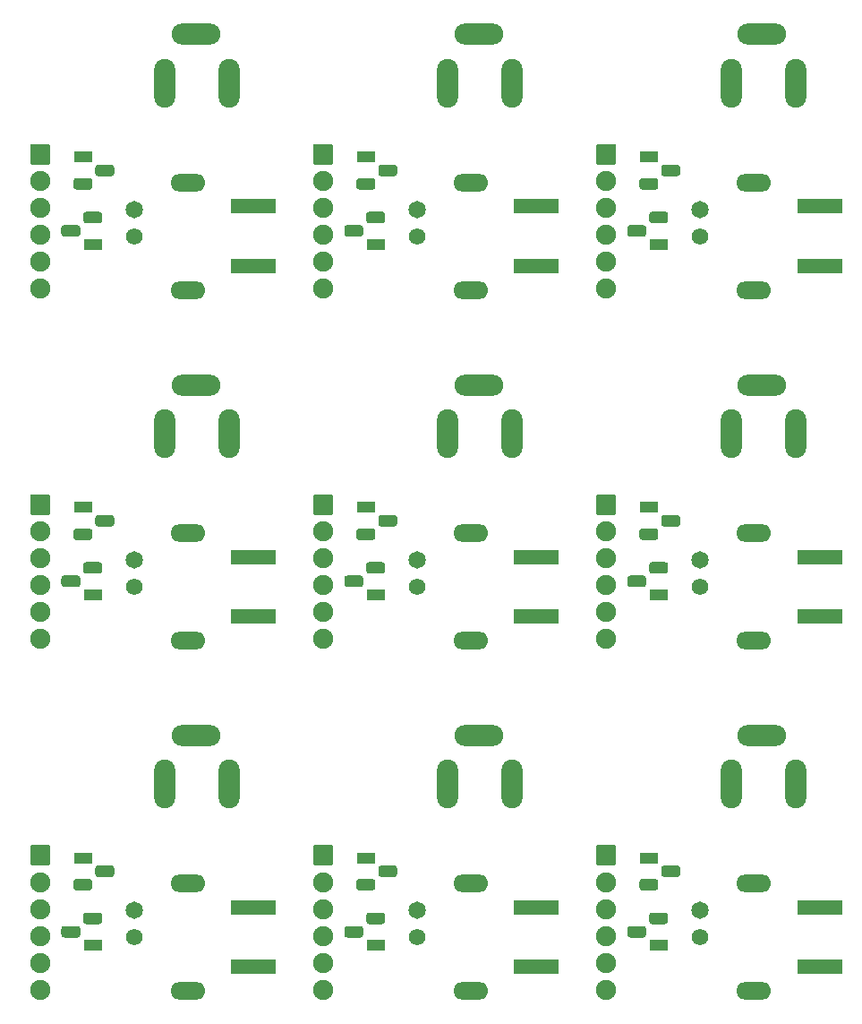
<source format=gbs>
%MOIN*%
%OFA0B0*%
%FSLAX46Y46*%
%IPPOS*%
%LPD*%
%ADD10O,0.13X0.065*%
%ADD11C,0.065*%
%ADD12C,0.062*%
%ADD13O,0.07874015748031496X0.18110236220472439*%
%ADD14O,0.18110236220472439X0.07874015748031496*%
%ADD15R,0.070866141732283464X0.043307086614173235*%
%ADD16O,0.074929133858267716X0.074929133858267716*%
%ADD17R,0.16535433070866143X0.053149606299212608*%
%ADD28O,0.13X0.065*%
%ADD29C,0.065*%
%ADD30C,0.062*%
%ADD31O,0.07874015748031496X0.18110236220472439*%
%ADD32O,0.18110236220472439X0.07874015748031496*%
%ADD33R,0.070866141732283464X0.043307086614173235*%
%ADD34O,0.074929133858267716X0.074929133858267716*%
%ADD35R,0.16535433070866143X0.053149606299212608*%
%ADD36O,0.13X0.065*%
%ADD37C,0.065*%
%ADD38C,0.062*%
%ADD39O,0.07874015748031496X0.18110236220472439*%
%ADD40O,0.18110236220472439X0.07874015748031496*%
%ADD41R,0.070866141732283464X0.043307086614173235*%
%ADD42O,0.074929133858267716X0.074929133858267716*%
%ADD43R,0.16535433070866143X0.053149606299212608*%
%ADD44O,0.13X0.065*%
%ADD45C,0.065*%
%ADD46C,0.062*%
%ADD47O,0.07874015748031496X0.18110236220472439*%
%ADD48O,0.18110236220472439X0.07874015748031496*%
%ADD49R,0.070866141732283464X0.043307086614173235*%
%ADD50O,0.074929133858267716X0.074929133858267716*%
%ADD51R,0.16535433070866143X0.053149606299212608*%
%ADD52O,0.13X0.065*%
%ADD53C,0.065*%
%ADD54C,0.062*%
%ADD55O,0.07874015748031496X0.18110236220472439*%
%ADD56O,0.18110236220472439X0.07874015748031496*%
%ADD57R,0.070866141732283464X0.043307086614173235*%
%ADD58O,0.074929133858267716X0.074929133858267716*%
%ADD59R,0.16535433070866143X0.053149606299212608*%
%ADD60O,0.13X0.065*%
%ADD61C,0.065*%
%ADD62C,0.062*%
%ADD63O,0.07874015748031496X0.18110236220472439*%
%ADD64O,0.18110236220472439X0.07874015748031496*%
%ADD65R,0.070866141732283464X0.043307086614173235*%
%ADD66O,0.074929133858267716X0.074929133858267716*%
%ADD67R,0.16535433070866143X0.053149606299212608*%
%ADD68O,0.13X0.065*%
%ADD69C,0.065*%
%ADD70C,0.062*%
%ADD71O,0.07874015748031496X0.18110236220472439*%
%ADD72O,0.18110236220472439X0.07874015748031496*%
%ADD73R,0.070866141732283464X0.043307086614173235*%
%ADD74O,0.074929133858267716X0.074929133858267716*%
%ADD75R,0.16535433070866143X0.053149606299212608*%
%ADD76O,0.13X0.065*%
%ADD77C,0.065*%
%ADD78C,0.062*%
%ADD79O,0.07874015748031496X0.18110236220472439*%
%ADD80O,0.18110236220472439X0.07874015748031496*%
%ADD81R,0.070866141732283464X0.043307086614173235*%
%ADD82O,0.074929133858267716X0.074929133858267716*%
%ADD83R,0.16535433070866143X0.053149606299212608*%
%ADD84O,0.13X0.065*%
%ADD85C,0.065*%
%ADD86C,0.062*%
%ADD87O,0.07874015748031496X0.18110236220472439*%
%ADD88O,0.18110236220472439X0.07874015748031496*%
%ADD89R,0.070866141732283464X0.043307086614173235*%
%ADD90O,0.074929133858267716X0.074929133858267716*%
%ADD91R,0.16535433070866143X0.053149606299212608*%
G01*
D10*
X0002349212Y0000544488D02*
X0000650000Y0000150000D03*
X0000650000Y0000550000D03*
D11*
X0000450000Y0000450000D03*
D12*
X0000450000Y0000350000D03*
D13*
X0000805000Y0000920000D03*
X0000564842Y0000920000D03*
D14*
X0000679015Y0001101102D03*
G36*
G01*
X0000316141Y0000616653D02*
X0000365354Y0000616653D01*
G75*
G02*
X0000376181Y0000605826J-0000010826D01*
G01*
X0000376181Y0000584173D01*
G75*
G02*
X0000365354Y0000573346I-0000010826D01*
G01*
X0000316141Y0000573346D01*
G75*
G02*
X0000305314Y0000584173J0000010826D01*
G01*
X0000305314Y0000605826D01*
G75*
G02*
X0000316141Y0000616653I0000010826D01*
G01*
G37*
G36*
G01*
X0000234645Y0000566653D02*
X0000283858Y0000566653D01*
G75*
G02*
X0000294685Y0000555826J-0000010826D01*
G01*
X0000294685Y0000534173D01*
G75*
G02*
X0000283858Y0000523346I-0000010826D01*
G01*
X0000234645Y0000523346D01*
G75*
G02*
X0000223818Y0000534173J0000010826D01*
G01*
X0000223818Y0000555826D01*
G75*
G02*
X0000234645Y0000566653I0000010826D01*
G01*
G37*
D15*
X0000259251Y0000645000D03*
X0000295748Y0000320000D03*
G36*
G01*
X0000320354Y0000398346D02*
X0000271141Y0000398346D01*
G75*
G02*
X0000260314Y0000409173J0000010826D01*
G01*
X0000260314Y0000430826D01*
G75*
G02*
X0000271141Y0000441653I0000010826D01*
G01*
X0000320354Y0000441653D01*
G75*
G02*
X0000331181Y0000430826J-0000010826D01*
G01*
X0000331181Y0000409173D01*
G75*
G02*
X0000320354Y0000398346I-0000010826D01*
G01*
G37*
G36*
G01*
X0000238858Y0000348346D02*
X0000189645Y0000348346D01*
G75*
G02*
X0000178818Y0000359173J0000010826D01*
G01*
X0000178818Y0000380826D01*
G75*
G02*
X0000189645Y0000391653I0000010826D01*
G01*
X0000238858Y0000391653D01*
G75*
G02*
X0000249685Y0000380826J-0000010826D01*
G01*
X0000249685Y0000359173D01*
G75*
G02*
X0000238858Y0000348346I-0000010826D01*
G01*
G37*
G36*
G01*
X0000062535Y0000621535D02*
X0000062535Y0000688464D01*
G75*
G02*
X0000066535Y0000692464I0000004000D01*
G01*
X0000133464Y0000692464D01*
G75*
G02*
X0000137464Y0000688464J-0000004000D01*
G01*
X0000137464Y0000621535D01*
G75*
G02*
X0000133464Y0000617535I-0000004000D01*
G01*
X0000066535Y0000617535D01*
G75*
G02*
X0000062535Y0000621535J0000004000D01*
G01*
G37*
D16*
X0000099999Y0000555000D03*
X0000099999Y0000455000D03*
X0000099999Y0000355000D03*
X0000099999Y0000255000D03*
X0000099999Y0000154999D03*
D17*
X0000895000Y0000238779D03*
X0000895000Y0000461220D03*
G04 next file*
G04 #@! TF.GenerationSoftware,KiCad,Pcbnew,(5.1.10)-1*
G04 #@! TF.CreationDate,2021-09-19T13:10:19-04:00*
G04 #@! TF.ProjectId,CP-OSC,43502d4f-5343-42e6-9b69-6361645f7063,1*
G04 #@! TF.SameCoordinates,PX8c7ecc0PY46649b0*
G04 #@! TF.FileFunction,Soldermask,Bot*
G04 #@! TF.FilePolarity,Negative*
G04 Gerber Fmt 4.6, Leading zero omitted, Abs format (unit mm)*
G04 Created by KiCad (PCBNEW (5.1.10)-1) date 2021-09-19 13:10:19*
G01*
G04 APERTURE LIST*
G04 APERTURE END LIST*
D28*
X0002349212Y0001848228D02*
X0000650000Y0001453740D03*
X0000650000Y0001853740D03*
D29*
X0000450000Y0001753740D03*
D30*
X0000450000Y0001653740D03*
D31*
X0000805000Y0002223740D03*
X0000564842Y0002223740D03*
D32*
X0000679015Y0002404842D03*
G36*
G01*
X0000316141Y0001920393D02*
X0000365354Y0001920393D01*
G75*
G02*
X0000376181Y0001909566J-0000010826D01*
G01*
X0000376181Y0001887913D01*
G75*
G02*
X0000365354Y0001877086I-0000010826D01*
G01*
X0000316141Y0001877086D01*
G75*
G02*
X0000305314Y0001887913J0000010826D01*
G01*
X0000305314Y0001909566D01*
G75*
G02*
X0000316141Y0001920393I0000010826D01*
G01*
G37*
G36*
G01*
X0000234645Y0001870393D02*
X0000283858Y0001870393D01*
G75*
G02*
X0000294685Y0001859566J-0000010826D01*
G01*
X0000294685Y0001837913D01*
G75*
G02*
X0000283858Y0001827086I-0000010826D01*
G01*
X0000234645Y0001827086D01*
G75*
G02*
X0000223818Y0001837913J0000010826D01*
G01*
X0000223818Y0001859566D01*
G75*
G02*
X0000234645Y0001870393I0000010826D01*
G01*
G37*
D33*
X0000259251Y0001948740D03*
X0000295748Y0001623740D03*
G36*
G01*
X0000320354Y0001702086D02*
X0000271141Y0001702086D01*
G75*
G02*
X0000260314Y0001712913J0000010826D01*
G01*
X0000260314Y0001734566D01*
G75*
G02*
X0000271141Y0001745393I0000010826D01*
G01*
X0000320354Y0001745393D01*
G75*
G02*
X0000331181Y0001734566J-0000010826D01*
G01*
X0000331181Y0001712913D01*
G75*
G02*
X0000320354Y0001702086I-0000010826D01*
G01*
G37*
G36*
G01*
X0000238858Y0001652086D02*
X0000189645Y0001652086D01*
G75*
G02*
X0000178818Y0001662913J0000010826D01*
G01*
X0000178818Y0001684566D01*
G75*
G02*
X0000189645Y0001695393I0000010826D01*
G01*
X0000238858Y0001695393D01*
G75*
G02*
X0000249685Y0001684566J-0000010826D01*
G01*
X0000249685Y0001662913D01*
G75*
G02*
X0000238858Y0001652086I-0000010826D01*
G01*
G37*
G36*
G01*
X0000062535Y0001925275D02*
X0000062535Y0001992204D01*
G75*
G02*
X0000066535Y0001996204I0000004000D01*
G01*
X0000133464Y0001996204D01*
G75*
G02*
X0000137464Y0001992204J-0000004000D01*
G01*
X0000137464Y0001925275D01*
G75*
G02*
X0000133464Y0001921275I-0000004000D01*
G01*
X0000066535Y0001921275D01*
G75*
G02*
X0000062535Y0001925275J0000004000D01*
G01*
G37*
D34*
X0000099999Y0001858740D03*
X0000099999Y0001758740D03*
X0000099999Y0001658740D03*
X0000099999Y0001558740D03*
X0000099999Y0001458740D03*
D35*
X0000895000Y0001542519D03*
X0000895000Y0001764960D03*
G04 next file*
G04 #@! TF.GenerationSoftware,KiCad,Pcbnew,(5.1.10)-1*
G04 #@! TF.CreationDate,2021-09-19T13:10:19-04:00*
G04 #@! TF.ProjectId,CP-OSC,43502d4f-5343-42e6-9b69-6361645f7063,1*
G04 #@! TF.SameCoordinates,PX8c7ecc0PY46649b0*
G04 #@! TF.FileFunction,Soldermask,Bot*
G04 #@! TF.FilePolarity,Negative*
G04 Gerber Fmt 4.6, Leading zero omitted, Abs format (unit mm)*
G04 Created by KiCad (PCBNEW (5.1.10)-1) date 2021-09-19 13:10:19*
G01*
G04 APERTURE LIST*
G04 APERTURE END LIST*
D36*
X0002349212Y0003151968D02*
X0000650000Y0002757480D03*
X0000650000Y0003157480D03*
D37*
X0000450000Y0003057480D03*
D38*
X0000450000Y0002957480D03*
D39*
X0000805000Y0003527480D03*
X0000564842Y0003527480D03*
D40*
X0000679015Y0003708582D03*
G36*
G01*
X0000316141Y0003224133D02*
X0000365354Y0003224133D01*
G75*
G02*
X0000376181Y0003213307J-0000010826D01*
G01*
X0000376181Y0003191653D01*
G75*
G02*
X0000365354Y0003180826I-0000010826D01*
G01*
X0000316141Y0003180826D01*
G75*
G02*
X0000305314Y0003191653J0000010826D01*
G01*
X0000305314Y0003213307D01*
G75*
G02*
X0000316141Y0003224133I0000010826D01*
G01*
G37*
G36*
G01*
X0000234645Y0003174133D02*
X0000283858Y0003174133D01*
G75*
G02*
X0000294685Y0003163307J-0000010826D01*
G01*
X0000294685Y0003141653D01*
G75*
G02*
X0000283858Y0003130826I-0000010826D01*
G01*
X0000234645Y0003130826D01*
G75*
G02*
X0000223818Y0003141653J0000010826D01*
G01*
X0000223818Y0003163307D01*
G75*
G02*
X0000234645Y0003174133I0000010826D01*
G01*
G37*
D41*
X0000259251Y0003252480D03*
X0000295748Y0002927480D03*
G36*
G01*
X0000320354Y0003005826D02*
X0000271141Y0003005826D01*
G75*
G02*
X0000260314Y0003016653J0000010826D01*
G01*
X0000260314Y0003038307D01*
G75*
G02*
X0000271141Y0003049133I0000010826D01*
G01*
X0000320354Y0003049133D01*
G75*
G02*
X0000331181Y0003038307J-0000010826D01*
G01*
X0000331181Y0003016653D01*
G75*
G02*
X0000320354Y0003005826I-0000010826D01*
G01*
G37*
G36*
G01*
X0000238858Y0002955826D02*
X0000189645Y0002955826D01*
G75*
G02*
X0000178818Y0002966653J0000010826D01*
G01*
X0000178818Y0002988307D01*
G75*
G02*
X0000189645Y0002999133I0000010826D01*
G01*
X0000238858Y0002999133D01*
G75*
G02*
X0000249685Y0002988307J-0000010826D01*
G01*
X0000249685Y0002966653D01*
G75*
G02*
X0000238858Y0002955826I-0000010826D01*
G01*
G37*
G36*
G01*
X0000062535Y0003229015D02*
X0000062535Y0003295944D01*
G75*
G02*
X0000066535Y0003299944I0000004000D01*
G01*
X0000133464Y0003299944D01*
G75*
G02*
X0000137464Y0003295944J-0000004000D01*
G01*
X0000137464Y0003229015D01*
G75*
G02*
X0000133464Y0003225015I-0000004000D01*
G01*
X0000066535Y0003225015D01*
G75*
G02*
X0000062535Y0003229015J0000004000D01*
G01*
G37*
D42*
X0000099999Y0003162480D03*
X0000099999Y0003062480D03*
X0000099999Y0002962480D03*
X0000099999Y0002862480D03*
X0000099999Y0002762480D03*
D43*
X0000895000Y0002846259D03*
X0000895000Y0003068700D03*
G04 next file*
G04 #@! TF.GenerationSoftware,KiCad,Pcbnew,(5.1.10)-1*
G04 #@! TF.CreationDate,2021-09-19T13:10:19-04:00*
G04 #@! TF.ProjectId,CP-OSC,43502d4f-5343-42e6-9b69-6361645f7063,1*
G04 #@! TF.SameCoordinates,PX8c7ecc0PY46649b0*
G04 #@! TF.FileFunction,Soldermask,Bot*
G04 #@! TF.FilePolarity,Negative*
G04 Gerber Fmt 4.6, Leading zero omitted, Abs format (unit mm)*
G04 Created by KiCad (PCBNEW (5.1.10)-1) date 2021-09-19 13:10:19*
G01*
G04 APERTURE LIST*
G04 APERTURE END LIST*
D44*
X0003402952Y0000544488D02*
X0001703740Y0000150000D03*
X0001703740Y0000550000D03*
D45*
X0001503740Y0000450000D03*
D46*
X0001503740Y0000350000D03*
D47*
X0001858740Y0000920000D03*
X0001618582Y0000920000D03*
D48*
X0001732755Y0001101102D03*
G36*
G01*
X0001369881Y0000616653D02*
X0001419094Y0000616653D01*
G75*
G02*
X0001429921Y0000605826J-0000010826D01*
G01*
X0001429921Y0000584173D01*
G75*
G02*
X0001419094Y0000573346I-0000010826D01*
G01*
X0001369881Y0000573346D01*
G75*
G02*
X0001359055Y0000584173J0000010826D01*
G01*
X0001359055Y0000605826D01*
G75*
G02*
X0001369881Y0000616653I0000010826D01*
G01*
G37*
G36*
G01*
X0001288385Y0000566653D02*
X0001337598Y0000566653D01*
G75*
G02*
X0001348425Y0000555826J-0000010826D01*
G01*
X0001348425Y0000534173D01*
G75*
G02*
X0001337598Y0000523346I-0000010826D01*
G01*
X0001288385Y0000523346D01*
G75*
G02*
X0001277559Y0000534173J0000010826D01*
G01*
X0001277559Y0000555826D01*
G75*
G02*
X0001288385Y0000566653I0000010826D01*
G01*
G37*
D49*
X0001312992Y0000645000D03*
X0001349488Y0000320000D03*
G36*
G01*
X0001374094Y0000398346D02*
X0001324881Y0000398346D01*
G75*
G02*
X0001314055Y0000409173J0000010826D01*
G01*
X0001314055Y0000430826D01*
G75*
G02*
X0001324881Y0000441653I0000010826D01*
G01*
X0001374094Y0000441653D01*
G75*
G02*
X0001384921Y0000430826J-0000010826D01*
G01*
X0001384921Y0000409173D01*
G75*
G02*
X0001374094Y0000398346I-0000010826D01*
G01*
G37*
G36*
G01*
X0001292598Y0000348346D02*
X0001243385Y0000348346D01*
G75*
G02*
X0001232559Y0000359173J0000010826D01*
G01*
X0001232559Y0000380826D01*
G75*
G02*
X0001243385Y0000391653I0000010826D01*
G01*
X0001292598Y0000391653D01*
G75*
G02*
X0001303425Y0000380826J-0000010826D01*
G01*
X0001303425Y0000359173D01*
G75*
G02*
X0001292598Y0000348346I-0000010826D01*
G01*
G37*
G36*
G01*
X0001116275Y0000621535D02*
X0001116275Y0000688464D01*
G75*
G02*
X0001120275Y0000692464I0000004000D01*
G01*
X0001187204Y0000692464D01*
G75*
G02*
X0001191204Y0000688464J-0000004000D01*
G01*
X0001191204Y0000621535D01*
G75*
G02*
X0001187204Y0000617535I-0000004000D01*
G01*
X0001120275Y0000617535D01*
G75*
G02*
X0001116275Y0000621535J0000004000D01*
G01*
G37*
D50*
X0001153740Y0000555000D03*
X0001153740Y0000455000D03*
X0001153740Y0000355000D03*
X0001153740Y0000255000D03*
X0001153740Y0000154999D03*
D51*
X0001948740Y0000238779D03*
X0001948740Y0000461220D03*
G04 next file*
G04 #@! TF.GenerationSoftware,KiCad,Pcbnew,(5.1.10)-1*
G04 #@! TF.CreationDate,2021-09-19T13:10:19-04:00*
G04 #@! TF.ProjectId,CP-OSC,43502d4f-5343-42e6-9b69-6361645f7063,1*
G04 #@! TF.SameCoordinates,PX8c7ecc0PY46649b0*
G04 #@! TF.FileFunction,Soldermask,Bot*
G04 #@! TF.FilePolarity,Negative*
G04 Gerber Fmt 4.6, Leading zero omitted, Abs format (unit mm)*
G04 Created by KiCad (PCBNEW (5.1.10)-1) date 2021-09-19 13:10:19*
G01*
G04 APERTURE LIST*
G04 APERTURE END LIST*
D52*
X0004456692Y0000544488D02*
X0002757480Y0000150000D03*
X0002757480Y0000550000D03*
D53*
X0002557480Y0000450000D03*
D54*
X0002557480Y0000350000D03*
D55*
X0002912480Y0000920000D03*
X0002672322Y0000920000D03*
D56*
X0002786496Y0001101102D03*
G36*
G01*
X0002423622Y0000616653D02*
X0002472834Y0000616653D01*
G75*
G02*
X0002483661Y0000605826J-0000010826D01*
G01*
X0002483661Y0000584173D01*
G75*
G02*
X0002472834Y0000573346I-0000010826D01*
G01*
X0002423622Y0000573346D01*
G75*
G02*
X0002412795Y0000584173J0000010826D01*
G01*
X0002412795Y0000605826D01*
G75*
G02*
X0002423622Y0000616653I0000010826D01*
G01*
G37*
G36*
G01*
X0002342125Y0000566653D02*
X0002391338Y0000566653D01*
G75*
G02*
X0002402165Y0000555826J-0000010826D01*
G01*
X0002402165Y0000534173D01*
G75*
G02*
X0002391338Y0000523346I-0000010826D01*
G01*
X0002342125Y0000523346D01*
G75*
G02*
X0002331299Y0000534173J0000010826D01*
G01*
X0002331299Y0000555826D01*
G75*
G02*
X0002342125Y0000566653I0000010826D01*
G01*
G37*
D57*
X0002366732Y0000645000D03*
X0002403228Y0000320000D03*
G36*
G01*
X0002427834Y0000398346D02*
X0002378622Y0000398346D01*
G75*
G02*
X0002367795Y0000409173J0000010826D01*
G01*
X0002367795Y0000430826D01*
G75*
G02*
X0002378622Y0000441653I0000010826D01*
G01*
X0002427834Y0000441653D01*
G75*
G02*
X0002438661Y0000430826J-0000010826D01*
G01*
X0002438661Y0000409173D01*
G75*
G02*
X0002427834Y0000398346I-0000010826D01*
G01*
G37*
G36*
G01*
X0002346338Y0000348346D02*
X0002297125Y0000348346D01*
G75*
G02*
X0002286299Y0000359173J0000010826D01*
G01*
X0002286299Y0000380826D01*
G75*
G02*
X0002297125Y0000391653I0000010826D01*
G01*
X0002346338Y0000391653D01*
G75*
G02*
X0002357165Y0000380826J-0000010826D01*
G01*
X0002357165Y0000359173D01*
G75*
G02*
X0002346338Y0000348346I-0000010826D01*
G01*
G37*
G36*
G01*
X0002170015Y0000621535D02*
X0002170015Y0000688464D01*
G75*
G02*
X0002174015Y0000692464I0000004000D01*
G01*
X0002240944Y0000692464D01*
G75*
G02*
X0002244944Y0000688464J-0000004000D01*
G01*
X0002244944Y0000621535D01*
G75*
G02*
X0002240944Y0000617535I-0000004000D01*
G01*
X0002174015Y0000617535D01*
G75*
G02*
X0002170015Y0000621535J0000004000D01*
G01*
G37*
D58*
X0002207480Y0000555000D03*
X0002207480Y0000455000D03*
X0002207480Y0000355000D03*
X0002207480Y0000255000D03*
X0002207480Y0000154999D03*
D59*
X0003002480Y0000238779D03*
X0003002480Y0000461220D03*
G04 next file*
G04 #@! TF.GenerationSoftware,KiCad,Pcbnew,(5.1.10)-1*
G04 #@! TF.CreationDate,2021-09-19T13:10:19-04:00*
G04 #@! TF.ProjectId,CP-OSC,43502d4f-5343-42e6-9b69-6361645f7063,1*
G04 #@! TF.SameCoordinates,PX8c7ecc0PY46649b0*
G04 #@! TF.FileFunction,Soldermask,Bot*
G04 #@! TF.FilePolarity,Negative*
G04 Gerber Fmt 4.6, Leading zero omitted, Abs format (unit mm)*
G04 Created by KiCad (PCBNEW (5.1.10)-1) date 2021-09-19 13:10:19*
G01*
G04 APERTURE LIST*
G04 APERTURE END LIST*
D60*
X0003402952Y0001848228D02*
X0001703740Y0001453740D03*
X0001703740Y0001853740D03*
D61*
X0001503740Y0001753740D03*
D62*
X0001503740Y0001653740D03*
D63*
X0001858740Y0002223740D03*
X0001618582Y0002223740D03*
D64*
X0001732755Y0002404842D03*
G36*
G01*
X0001369881Y0001920393D02*
X0001419094Y0001920393D01*
G75*
G02*
X0001429921Y0001909566J-0000010826D01*
G01*
X0001429921Y0001887913D01*
G75*
G02*
X0001419094Y0001877086I-0000010826D01*
G01*
X0001369881Y0001877086D01*
G75*
G02*
X0001359055Y0001887913J0000010826D01*
G01*
X0001359055Y0001909566D01*
G75*
G02*
X0001369881Y0001920393I0000010826D01*
G01*
G37*
G36*
G01*
X0001288385Y0001870393D02*
X0001337598Y0001870393D01*
G75*
G02*
X0001348425Y0001859566J-0000010826D01*
G01*
X0001348425Y0001837913D01*
G75*
G02*
X0001337598Y0001827086I-0000010826D01*
G01*
X0001288385Y0001827086D01*
G75*
G02*
X0001277559Y0001837913J0000010826D01*
G01*
X0001277559Y0001859566D01*
G75*
G02*
X0001288385Y0001870393I0000010826D01*
G01*
G37*
D65*
X0001312992Y0001948740D03*
X0001349488Y0001623740D03*
G36*
G01*
X0001374094Y0001702086D02*
X0001324881Y0001702086D01*
G75*
G02*
X0001314055Y0001712913J0000010826D01*
G01*
X0001314055Y0001734566D01*
G75*
G02*
X0001324881Y0001745393I0000010826D01*
G01*
X0001374094Y0001745393D01*
G75*
G02*
X0001384921Y0001734566J-0000010826D01*
G01*
X0001384921Y0001712913D01*
G75*
G02*
X0001374094Y0001702086I-0000010826D01*
G01*
G37*
G36*
G01*
X0001292598Y0001652086D02*
X0001243385Y0001652086D01*
G75*
G02*
X0001232559Y0001662913J0000010826D01*
G01*
X0001232559Y0001684566D01*
G75*
G02*
X0001243385Y0001695393I0000010826D01*
G01*
X0001292598Y0001695393D01*
G75*
G02*
X0001303425Y0001684566J-0000010826D01*
G01*
X0001303425Y0001662913D01*
G75*
G02*
X0001292598Y0001652086I-0000010826D01*
G01*
G37*
G36*
G01*
X0001116275Y0001925275D02*
X0001116275Y0001992204D01*
G75*
G02*
X0001120275Y0001996204I0000004000D01*
G01*
X0001187204Y0001996204D01*
G75*
G02*
X0001191204Y0001992204J-0000004000D01*
G01*
X0001191204Y0001925275D01*
G75*
G02*
X0001187204Y0001921275I-0000004000D01*
G01*
X0001120275Y0001921275D01*
G75*
G02*
X0001116275Y0001925275J0000004000D01*
G01*
G37*
D66*
X0001153740Y0001858740D03*
X0001153740Y0001758740D03*
X0001153740Y0001658740D03*
X0001153740Y0001558740D03*
X0001153740Y0001458740D03*
D67*
X0001948740Y0001542519D03*
X0001948740Y0001764960D03*
G04 next file*
G04 #@! TF.GenerationSoftware,KiCad,Pcbnew,(5.1.10)-1*
G04 #@! TF.CreationDate,2021-09-19T13:10:19-04:00*
G04 #@! TF.ProjectId,CP-OSC,43502d4f-5343-42e6-9b69-6361645f7063,1*
G04 #@! TF.SameCoordinates,PX8c7ecc0PY46649b0*
G04 #@! TF.FileFunction,Soldermask,Bot*
G04 #@! TF.FilePolarity,Negative*
G04 Gerber Fmt 4.6, Leading zero omitted, Abs format (unit mm)*
G04 Created by KiCad (PCBNEW (5.1.10)-1) date 2021-09-19 13:10:19*
G01*
G04 APERTURE LIST*
G04 APERTURE END LIST*
D68*
X0003402952Y0003151968D02*
X0001703740Y0002757480D03*
X0001703740Y0003157480D03*
D69*
X0001503740Y0003057480D03*
D70*
X0001503740Y0002957480D03*
D71*
X0001858740Y0003527480D03*
X0001618582Y0003527480D03*
D72*
X0001732755Y0003708582D03*
G36*
G01*
X0001369881Y0003224133D02*
X0001419094Y0003224133D01*
G75*
G02*
X0001429921Y0003213307J-0000010826D01*
G01*
X0001429921Y0003191653D01*
G75*
G02*
X0001419094Y0003180826I-0000010826D01*
G01*
X0001369881Y0003180826D01*
G75*
G02*
X0001359055Y0003191653J0000010826D01*
G01*
X0001359055Y0003213307D01*
G75*
G02*
X0001369881Y0003224133I0000010826D01*
G01*
G37*
G36*
G01*
X0001288385Y0003174133D02*
X0001337598Y0003174133D01*
G75*
G02*
X0001348425Y0003163307J-0000010826D01*
G01*
X0001348425Y0003141653D01*
G75*
G02*
X0001337598Y0003130826I-0000010826D01*
G01*
X0001288385Y0003130826D01*
G75*
G02*
X0001277559Y0003141653J0000010826D01*
G01*
X0001277559Y0003163307D01*
G75*
G02*
X0001288385Y0003174133I0000010826D01*
G01*
G37*
D73*
X0001312992Y0003252480D03*
X0001349488Y0002927480D03*
G36*
G01*
X0001374094Y0003005826D02*
X0001324881Y0003005826D01*
G75*
G02*
X0001314055Y0003016653J0000010826D01*
G01*
X0001314055Y0003038307D01*
G75*
G02*
X0001324881Y0003049133I0000010826D01*
G01*
X0001374094Y0003049133D01*
G75*
G02*
X0001384921Y0003038307J-0000010826D01*
G01*
X0001384921Y0003016653D01*
G75*
G02*
X0001374094Y0003005826I-0000010826D01*
G01*
G37*
G36*
G01*
X0001292598Y0002955826D02*
X0001243385Y0002955826D01*
G75*
G02*
X0001232559Y0002966653J0000010826D01*
G01*
X0001232559Y0002988307D01*
G75*
G02*
X0001243385Y0002999133I0000010826D01*
G01*
X0001292598Y0002999133D01*
G75*
G02*
X0001303425Y0002988307J-0000010826D01*
G01*
X0001303425Y0002966653D01*
G75*
G02*
X0001292598Y0002955826I-0000010826D01*
G01*
G37*
G36*
G01*
X0001116275Y0003229015D02*
X0001116275Y0003295944D01*
G75*
G02*
X0001120275Y0003299944I0000004000D01*
G01*
X0001187204Y0003299944D01*
G75*
G02*
X0001191204Y0003295944J-0000004000D01*
G01*
X0001191204Y0003229015D01*
G75*
G02*
X0001187204Y0003225015I-0000004000D01*
G01*
X0001120275Y0003225015D01*
G75*
G02*
X0001116275Y0003229015J0000004000D01*
G01*
G37*
D74*
X0001153740Y0003162480D03*
X0001153740Y0003062480D03*
X0001153740Y0002962480D03*
X0001153740Y0002862480D03*
X0001153740Y0002762480D03*
D75*
X0001948740Y0002846259D03*
X0001948740Y0003068700D03*
G04 next file*
G04 #@! TF.GenerationSoftware,KiCad,Pcbnew,(5.1.10)-1*
G04 #@! TF.CreationDate,2021-09-19T13:10:19-04:00*
G04 #@! TF.ProjectId,CP-OSC,43502d4f-5343-42e6-9b69-6361645f7063,1*
G04 #@! TF.SameCoordinates,PX8c7ecc0PY46649b0*
G04 #@! TF.FileFunction,Soldermask,Bot*
G04 #@! TF.FilePolarity,Negative*
G04 Gerber Fmt 4.6, Leading zero omitted, Abs format (unit mm)*
G04 Created by KiCad (PCBNEW (5.1.10)-1) date 2021-09-19 13:10:19*
G01*
G04 APERTURE LIST*
G04 APERTURE END LIST*
D76*
X0004456692Y0001848228D02*
X0002757480Y0001453740D03*
X0002757480Y0001853740D03*
D77*
X0002557480Y0001753740D03*
D78*
X0002557480Y0001653740D03*
D79*
X0002912480Y0002223740D03*
X0002672322Y0002223740D03*
D80*
X0002786496Y0002404842D03*
G36*
G01*
X0002423622Y0001920393D02*
X0002472834Y0001920393D01*
G75*
G02*
X0002483661Y0001909566J-0000010826D01*
G01*
X0002483661Y0001887913D01*
G75*
G02*
X0002472834Y0001877086I-0000010826D01*
G01*
X0002423622Y0001877086D01*
G75*
G02*
X0002412795Y0001887913J0000010826D01*
G01*
X0002412795Y0001909566D01*
G75*
G02*
X0002423622Y0001920393I0000010826D01*
G01*
G37*
G36*
G01*
X0002342125Y0001870393D02*
X0002391338Y0001870393D01*
G75*
G02*
X0002402165Y0001859566J-0000010826D01*
G01*
X0002402165Y0001837913D01*
G75*
G02*
X0002391338Y0001827086I-0000010826D01*
G01*
X0002342125Y0001827086D01*
G75*
G02*
X0002331299Y0001837913J0000010826D01*
G01*
X0002331299Y0001859566D01*
G75*
G02*
X0002342125Y0001870393I0000010826D01*
G01*
G37*
D81*
X0002366732Y0001948740D03*
X0002403228Y0001623740D03*
G36*
G01*
X0002427834Y0001702086D02*
X0002378622Y0001702086D01*
G75*
G02*
X0002367795Y0001712913J0000010826D01*
G01*
X0002367795Y0001734566D01*
G75*
G02*
X0002378622Y0001745393I0000010826D01*
G01*
X0002427834Y0001745393D01*
G75*
G02*
X0002438661Y0001734566J-0000010826D01*
G01*
X0002438661Y0001712913D01*
G75*
G02*
X0002427834Y0001702086I-0000010826D01*
G01*
G37*
G36*
G01*
X0002346338Y0001652086D02*
X0002297125Y0001652086D01*
G75*
G02*
X0002286299Y0001662913J0000010826D01*
G01*
X0002286299Y0001684566D01*
G75*
G02*
X0002297125Y0001695393I0000010826D01*
G01*
X0002346338Y0001695393D01*
G75*
G02*
X0002357165Y0001684566J-0000010826D01*
G01*
X0002357165Y0001662913D01*
G75*
G02*
X0002346338Y0001652086I-0000010826D01*
G01*
G37*
G36*
G01*
X0002170015Y0001925275D02*
X0002170015Y0001992204D01*
G75*
G02*
X0002174015Y0001996204I0000004000D01*
G01*
X0002240944Y0001996204D01*
G75*
G02*
X0002244944Y0001992204J-0000004000D01*
G01*
X0002244944Y0001925275D01*
G75*
G02*
X0002240944Y0001921275I-0000004000D01*
G01*
X0002174015Y0001921275D01*
G75*
G02*
X0002170015Y0001925275J0000004000D01*
G01*
G37*
D82*
X0002207480Y0001858740D03*
X0002207480Y0001758740D03*
X0002207480Y0001658740D03*
X0002207480Y0001558740D03*
X0002207480Y0001458740D03*
D83*
X0003002480Y0001542519D03*
X0003002480Y0001764960D03*
G04 next file*
G04 #@! TF.GenerationSoftware,KiCad,Pcbnew,(5.1.10)-1*
G04 #@! TF.CreationDate,2021-09-19T13:10:19-04:00*
G04 #@! TF.ProjectId,CP-OSC,43502d4f-5343-42e6-9b69-6361645f7063,1*
G04 #@! TF.SameCoordinates,PX8c7ecc0PY46649b0*
G04 #@! TF.FileFunction,Soldermask,Bot*
G04 #@! TF.FilePolarity,Negative*
G04 Gerber Fmt 4.6, Leading zero omitted, Abs format (unit mm)*
G04 Created by KiCad (PCBNEW (5.1.10)-1) date 2021-09-19 13:10:19*
G01*
G04 APERTURE LIST*
G04 APERTURE END LIST*
D84*
X0004456692Y0003151968D02*
X0002757480Y0002757480D03*
X0002757480Y0003157480D03*
D85*
X0002557480Y0003057480D03*
D86*
X0002557480Y0002957480D03*
D87*
X0002912480Y0003527480D03*
X0002672322Y0003527480D03*
D88*
X0002786496Y0003708582D03*
G36*
G01*
X0002423622Y0003224133D02*
X0002472834Y0003224133D01*
G75*
G02*
X0002483661Y0003213307J-0000010826D01*
G01*
X0002483661Y0003191653D01*
G75*
G02*
X0002472834Y0003180826I-0000010826D01*
G01*
X0002423622Y0003180826D01*
G75*
G02*
X0002412795Y0003191653J0000010826D01*
G01*
X0002412795Y0003213307D01*
G75*
G02*
X0002423622Y0003224133I0000010826D01*
G01*
G37*
G36*
G01*
X0002342125Y0003174133D02*
X0002391338Y0003174133D01*
G75*
G02*
X0002402165Y0003163307J-0000010826D01*
G01*
X0002402165Y0003141653D01*
G75*
G02*
X0002391338Y0003130826I-0000010826D01*
G01*
X0002342125Y0003130826D01*
G75*
G02*
X0002331299Y0003141653J0000010826D01*
G01*
X0002331299Y0003163307D01*
G75*
G02*
X0002342125Y0003174133I0000010826D01*
G01*
G37*
D89*
X0002366732Y0003252480D03*
X0002403228Y0002927480D03*
G36*
G01*
X0002427834Y0003005826D02*
X0002378622Y0003005826D01*
G75*
G02*
X0002367795Y0003016653J0000010826D01*
G01*
X0002367795Y0003038307D01*
G75*
G02*
X0002378622Y0003049133I0000010826D01*
G01*
X0002427834Y0003049133D01*
G75*
G02*
X0002438661Y0003038307J-0000010826D01*
G01*
X0002438661Y0003016653D01*
G75*
G02*
X0002427834Y0003005826I-0000010826D01*
G01*
G37*
G36*
G01*
X0002346338Y0002955826D02*
X0002297125Y0002955826D01*
G75*
G02*
X0002286299Y0002966653J0000010826D01*
G01*
X0002286299Y0002988307D01*
G75*
G02*
X0002297125Y0002999133I0000010826D01*
G01*
X0002346338Y0002999133D01*
G75*
G02*
X0002357165Y0002988307J-0000010826D01*
G01*
X0002357165Y0002966653D01*
G75*
G02*
X0002346338Y0002955826I-0000010826D01*
G01*
G37*
G36*
G01*
X0002170015Y0003229015D02*
X0002170015Y0003295944D01*
G75*
G02*
X0002174015Y0003299944I0000004000D01*
G01*
X0002240944Y0003299944D01*
G75*
G02*
X0002244944Y0003295944J-0000004000D01*
G01*
X0002244944Y0003229015D01*
G75*
G02*
X0002240944Y0003225015I-0000004000D01*
G01*
X0002174015Y0003225015D01*
G75*
G02*
X0002170015Y0003229015J0000004000D01*
G01*
G37*
D90*
X0002207480Y0003162480D03*
X0002207480Y0003062480D03*
X0002207480Y0002962480D03*
X0002207480Y0002862480D03*
X0002207480Y0002762480D03*
D91*
X0003002480Y0002846259D03*
X0003002480Y0003068700D03*
M02*
</source>
